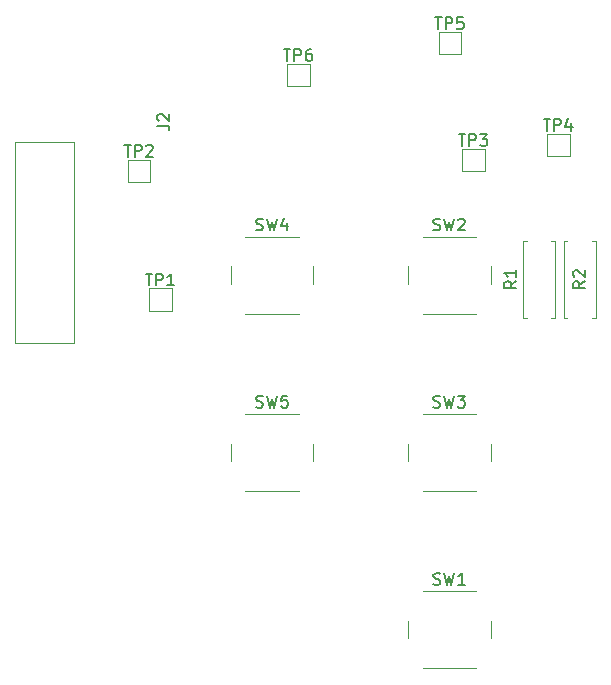
<source format=gbr>
%TF.GenerationSoftware,KiCad,Pcbnew,8.0.5*%
%TF.CreationDate,2024-11-14T11:30:09+01:00*%
%TF.ProjectId,LCD_PCB,4c43445f-5043-4422-9e6b-696361645f70,rev?*%
%TF.SameCoordinates,Original*%
%TF.FileFunction,Legend,Top*%
%TF.FilePolarity,Positive*%
%FSLAX46Y46*%
G04 Gerber Fmt 4.6, Leading zero omitted, Abs format (unit mm)*
G04 Created by KiCad (PCBNEW 8.0.5) date 2024-11-14 11:30:09*
%MOMM*%
%LPD*%
G01*
G04 APERTURE LIST*
%ADD10C,0.150000*%
%ADD11C,0.120000*%
%ADD12C,0.100000*%
G04 APERTURE END LIST*
D10*
X99238095Y-42706819D02*
X99809523Y-42706819D01*
X99523809Y-43706819D02*
X99523809Y-42706819D01*
X100142857Y-43706819D02*
X100142857Y-42706819D01*
X100142857Y-42706819D02*
X100523809Y-42706819D01*
X100523809Y-42706819D02*
X100619047Y-42754438D01*
X100619047Y-42754438D02*
X100666666Y-42802057D01*
X100666666Y-42802057D02*
X100714285Y-42897295D01*
X100714285Y-42897295D02*
X100714285Y-43040152D01*
X100714285Y-43040152D02*
X100666666Y-43135390D01*
X100666666Y-43135390D02*
X100619047Y-43183009D01*
X100619047Y-43183009D02*
X100523809Y-43230628D01*
X100523809Y-43230628D02*
X100142857Y-43230628D01*
X101095238Y-42802057D02*
X101142857Y-42754438D01*
X101142857Y-42754438D02*
X101238095Y-42706819D01*
X101238095Y-42706819D02*
X101476190Y-42706819D01*
X101476190Y-42706819D02*
X101571428Y-42754438D01*
X101571428Y-42754438D02*
X101619047Y-42802057D01*
X101619047Y-42802057D02*
X101666666Y-42897295D01*
X101666666Y-42897295D02*
X101666666Y-42992533D01*
X101666666Y-42992533D02*
X101619047Y-43135390D01*
X101619047Y-43135390D02*
X101047619Y-43706819D01*
X101047619Y-43706819D02*
X101666666Y-43706819D01*
X125416667Y-79907200D02*
X125559524Y-79954819D01*
X125559524Y-79954819D02*
X125797619Y-79954819D01*
X125797619Y-79954819D02*
X125892857Y-79907200D01*
X125892857Y-79907200D02*
X125940476Y-79859580D01*
X125940476Y-79859580D02*
X125988095Y-79764342D01*
X125988095Y-79764342D02*
X125988095Y-79669104D01*
X125988095Y-79669104D02*
X125940476Y-79573866D01*
X125940476Y-79573866D02*
X125892857Y-79526247D01*
X125892857Y-79526247D02*
X125797619Y-79478628D01*
X125797619Y-79478628D02*
X125607143Y-79431009D01*
X125607143Y-79431009D02*
X125511905Y-79383390D01*
X125511905Y-79383390D02*
X125464286Y-79335771D01*
X125464286Y-79335771D02*
X125416667Y-79240533D01*
X125416667Y-79240533D02*
X125416667Y-79145295D01*
X125416667Y-79145295D02*
X125464286Y-79050057D01*
X125464286Y-79050057D02*
X125511905Y-79002438D01*
X125511905Y-79002438D02*
X125607143Y-78954819D01*
X125607143Y-78954819D02*
X125845238Y-78954819D01*
X125845238Y-78954819D02*
X125988095Y-79002438D01*
X126321429Y-78954819D02*
X126559524Y-79954819D01*
X126559524Y-79954819D02*
X126750000Y-79240533D01*
X126750000Y-79240533D02*
X126940476Y-79954819D01*
X126940476Y-79954819D02*
X127178572Y-78954819D01*
X128083333Y-79954819D02*
X127511905Y-79954819D01*
X127797619Y-79954819D02*
X127797619Y-78954819D01*
X127797619Y-78954819D02*
X127702381Y-79097676D01*
X127702381Y-79097676D02*
X127607143Y-79192914D01*
X127607143Y-79192914D02*
X127511905Y-79240533D01*
X125416667Y-49907200D02*
X125559524Y-49954819D01*
X125559524Y-49954819D02*
X125797619Y-49954819D01*
X125797619Y-49954819D02*
X125892857Y-49907200D01*
X125892857Y-49907200D02*
X125940476Y-49859580D01*
X125940476Y-49859580D02*
X125988095Y-49764342D01*
X125988095Y-49764342D02*
X125988095Y-49669104D01*
X125988095Y-49669104D02*
X125940476Y-49573866D01*
X125940476Y-49573866D02*
X125892857Y-49526247D01*
X125892857Y-49526247D02*
X125797619Y-49478628D01*
X125797619Y-49478628D02*
X125607143Y-49431009D01*
X125607143Y-49431009D02*
X125511905Y-49383390D01*
X125511905Y-49383390D02*
X125464286Y-49335771D01*
X125464286Y-49335771D02*
X125416667Y-49240533D01*
X125416667Y-49240533D02*
X125416667Y-49145295D01*
X125416667Y-49145295D02*
X125464286Y-49050057D01*
X125464286Y-49050057D02*
X125511905Y-49002438D01*
X125511905Y-49002438D02*
X125607143Y-48954819D01*
X125607143Y-48954819D02*
X125845238Y-48954819D01*
X125845238Y-48954819D02*
X125988095Y-49002438D01*
X126321429Y-48954819D02*
X126559524Y-49954819D01*
X126559524Y-49954819D02*
X126750000Y-49240533D01*
X126750000Y-49240533D02*
X126940476Y-49954819D01*
X126940476Y-49954819D02*
X127178572Y-48954819D01*
X127511905Y-49050057D02*
X127559524Y-49002438D01*
X127559524Y-49002438D02*
X127654762Y-48954819D01*
X127654762Y-48954819D02*
X127892857Y-48954819D01*
X127892857Y-48954819D02*
X127988095Y-49002438D01*
X127988095Y-49002438D02*
X128035714Y-49050057D01*
X128035714Y-49050057D02*
X128083333Y-49145295D01*
X128083333Y-49145295D02*
X128083333Y-49240533D01*
X128083333Y-49240533D02*
X128035714Y-49383390D01*
X128035714Y-49383390D02*
X127464286Y-49954819D01*
X127464286Y-49954819D02*
X128083333Y-49954819D01*
X132424819Y-54256666D02*
X131948628Y-54589999D01*
X132424819Y-54828094D02*
X131424819Y-54828094D01*
X131424819Y-54828094D02*
X131424819Y-54447142D01*
X131424819Y-54447142D02*
X131472438Y-54351904D01*
X131472438Y-54351904D02*
X131520057Y-54304285D01*
X131520057Y-54304285D02*
X131615295Y-54256666D01*
X131615295Y-54256666D02*
X131758152Y-54256666D01*
X131758152Y-54256666D02*
X131853390Y-54304285D01*
X131853390Y-54304285D02*
X131901009Y-54351904D01*
X131901009Y-54351904D02*
X131948628Y-54447142D01*
X131948628Y-54447142D02*
X131948628Y-54828094D01*
X132424819Y-53304285D02*
X132424819Y-53875713D01*
X132424819Y-53589999D02*
X131424819Y-53589999D01*
X131424819Y-53589999D02*
X131567676Y-53685237D01*
X131567676Y-53685237D02*
X131662914Y-53780475D01*
X131662914Y-53780475D02*
X131710533Y-53875713D01*
X138254819Y-54266666D02*
X137778628Y-54599999D01*
X138254819Y-54838094D02*
X137254819Y-54838094D01*
X137254819Y-54838094D02*
X137254819Y-54457142D01*
X137254819Y-54457142D02*
X137302438Y-54361904D01*
X137302438Y-54361904D02*
X137350057Y-54314285D01*
X137350057Y-54314285D02*
X137445295Y-54266666D01*
X137445295Y-54266666D02*
X137588152Y-54266666D01*
X137588152Y-54266666D02*
X137683390Y-54314285D01*
X137683390Y-54314285D02*
X137731009Y-54361904D01*
X137731009Y-54361904D02*
X137778628Y-54457142D01*
X137778628Y-54457142D02*
X137778628Y-54838094D01*
X137350057Y-53885713D02*
X137302438Y-53838094D01*
X137302438Y-53838094D02*
X137254819Y-53742856D01*
X137254819Y-53742856D02*
X137254819Y-53504761D01*
X137254819Y-53504761D02*
X137302438Y-53409523D01*
X137302438Y-53409523D02*
X137350057Y-53361904D01*
X137350057Y-53361904D02*
X137445295Y-53314285D01*
X137445295Y-53314285D02*
X137540533Y-53314285D01*
X137540533Y-53314285D02*
X137683390Y-53361904D01*
X137683390Y-53361904D02*
X138254819Y-53933332D01*
X138254819Y-53933332D02*
X138254819Y-53314285D01*
X125416667Y-64907200D02*
X125559524Y-64954819D01*
X125559524Y-64954819D02*
X125797619Y-64954819D01*
X125797619Y-64954819D02*
X125892857Y-64907200D01*
X125892857Y-64907200D02*
X125940476Y-64859580D01*
X125940476Y-64859580D02*
X125988095Y-64764342D01*
X125988095Y-64764342D02*
X125988095Y-64669104D01*
X125988095Y-64669104D02*
X125940476Y-64573866D01*
X125940476Y-64573866D02*
X125892857Y-64526247D01*
X125892857Y-64526247D02*
X125797619Y-64478628D01*
X125797619Y-64478628D02*
X125607143Y-64431009D01*
X125607143Y-64431009D02*
X125511905Y-64383390D01*
X125511905Y-64383390D02*
X125464286Y-64335771D01*
X125464286Y-64335771D02*
X125416667Y-64240533D01*
X125416667Y-64240533D02*
X125416667Y-64145295D01*
X125416667Y-64145295D02*
X125464286Y-64050057D01*
X125464286Y-64050057D02*
X125511905Y-64002438D01*
X125511905Y-64002438D02*
X125607143Y-63954819D01*
X125607143Y-63954819D02*
X125845238Y-63954819D01*
X125845238Y-63954819D02*
X125988095Y-64002438D01*
X126321429Y-63954819D02*
X126559524Y-64954819D01*
X126559524Y-64954819D02*
X126750000Y-64240533D01*
X126750000Y-64240533D02*
X126940476Y-64954819D01*
X126940476Y-64954819D02*
X127178572Y-63954819D01*
X127464286Y-63954819D02*
X128083333Y-63954819D01*
X128083333Y-63954819D02*
X127750000Y-64335771D01*
X127750000Y-64335771D02*
X127892857Y-64335771D01*
X127892857Y-64335771D02*
X127988095Y-64383390D01*
X127988095Y-64383390D02*
X128035714Y-64431009D01*
X128035714Y-64431009D02*
X128083333Y-64526247D01*
X128083333Y-64526247D02*
X128083333Y-64764342D01*
X128083333Y-64764342D02*
X128035714Y-64859580D01*
X128035714Y-64859580D02*
X127988095Y-64907200D01*
X127988095Y-64907200D02*
X127892857Y-64954819D01*
X127892857Y-64954819D02*
X127607143Y-64954819D01*
X127607143Y-64954819D02*
X127511905Y-64907200D01*
X127511905Y-64907200D02*
X127464286Y-64859580D01*
X110416667Y-64907200D02*
X110559524Y-64954819D01*
X110559524Y-64954819D02*
X110797619Y-64954819D01*
X110797619Y-64954819D02*
X110892857Y-64907200D01*
X110892857Y-64907200D02*
X110940476Y-64859580D01*
X110940476Y-64859580D02*
X110988095Y-64764342D01*
X110988095Y-64764342D02*
X110988095Y-64669104D01*
X110988095Y-64669104D02*
X110940476Y-64573866D01*
X110940476Y-64573866D02*
X110892857Y-64526247D01*
X110892857Y-64526247D02*
X110797619Y-64478628D01*
X110797619Y-64478628D02*
X110607143Y-64431009D01*
X110607143Y-64431009D02*
X110511905Y-64383390D01*
X110511905Y-64383390D02*
X110464286Y-64335771D01*
X110464286Y-64335771D02*
X110416667Y-64240533D01*
X110416667Y-64240533D02*
X110416667Y-64145295D01*
X110416667Y-64145295D02*
X110464286Y-64050057D01*
X110464286Y-64050057D02*
X110511905Y-64002438D01*
X110511905Y-64002438D02*
X110607143Y-63954819D01*
X110607143Y-63954819D02*
X110845238Y-63954819D01*
X110845238Y-63954819D02*
X110988095Y-64002438D01*
X111321429Y-63954819D02*
X111559524Y-64954819D01*
X111559524Y-64954819D02*
X111750000Y-64240533D01*
X111750000Y-64240533D02*
X111940476Y-64954819D01*
X111940476Y-64954819D02*
X112178572Y-63954819D01*
X113035714Y-63954819D02*
X112559524Y-63954819D01*
X112559524Y-63954819D02*
X112511905Y-64431009D01*
X112511905Y-64431009D02*
X112559524Y-64383390D01*
X112559524Y-64383390D02*
X112654762Y-64335771D01*
X112654762Y-64335771D02*
X112892857Y-64335771D01*
X112892857Y-64335771D02*
X112988095Y-64383390D01*
X112988095Y-64383390D02*
X113035714Y-64431009D01*
X113035714Y-64431009D02*
X113083333Y-64526247D01*
X113083333Y-64526247D02*
X113083333Y-64764342D01*
X113083333Y-64764342D02*
X113035714Y-64859580D01*
X113035714Y-64859580D02*
X112988095Y-64907200D01*
X112988095Y-64907200D02*
X112892857Y-64954819D01*
X112892857Y-64954819D02*
X112654762Y-64954819D01*
X112654762Y-64954819D02*
X112559524Y-64907200D01*
X112559524Y-64907200D02*
X112511905Y-64859580D01*
X112738095Y-34606819D02*
X113309523Y-34606819D01*
X113023809Y-35606819D02*
X113023809Y-34606819D01*
X113642857Y-35606819D02*
X113642857Y-34606819D01*
X113642857Y-34606819D02*
X114023809Y-34606819D01*
X114023809Y-34606819D02*
X114119047Y-34654438D01*
X114119047Y-34654438D02*
X114166666Y-34702057D01*
X114166666Y-34702057D02*
X114214285Y-34797295D01*
X114214285Y-34797295D02*
X114214285Y-34940152D01*
X114214285Y-34940152D02*
X114166666Y-35035390D01*
X114166666Y-35035390D02*
X114119047Y-35083009D01*
X114119047Y-35083009D02*
X114023809Y-35130628D01*
X114023809Y-35130628D02*
X113642857Y-35130628D01*
X115071428Y-34606819D02*
X114880952Y-34606819D01*
X114880952Y-34606819D02*
X114785714Y-34654438D01*
X114785714Y-34654438D02*
X114738095Y-34702057D01*
X114738095Y-34702057D02*
X114642857Y-34844914D01*
X114642857Y-34844914D02*
X114595238Y-35035390D01*
X114595238Y-35035390D02*
X114595238Y-35416342D01*
X114595238Y-35416342D02*
X114642857Y-35511580D01*
X114642857Y-35511580D02*
X114690476Y-35559200D01*
X114690476Y-35559200D02*
X114785714Y-35606819D01*
X114785714Y-35606819D02*
X114976190Y-35606819D01*
X114976190Y-35606819D02*
X115071428Y-35559200D01*
X115071428Y-35559200D02*
X115119047Y-35511580D01*
X115119047Y-35511580D02*
X115166666Y-35416342D01*
X115166666Y-35416342D02*
X115166666Y-35178247D01*
X115166666Y-35178247D02*
X115119047Y-35083009D01*
X115119047Y-35083009D02*
X115071428Y-35035390D01*
X115071428Y-35035390D02*
X114976190Y-34987771D01*
X114976190Y-34987771D02*
X114785714Y-34987771D01*
X114785714Y-34987771D02*
X114690476Y-35035390D01*
X114690476Y-35035390D02*
X114642857Y-35083009D01*
X114642857Y-35083009D02*
X114595238Y-35178247D01*
X134738095Y-40506819D02*
X135309523Y-40506819D01*
X135023809Y-41506819D02*
X135023809Y-40506819D01*
X135642857Y-41506819D02*
X135642857Y-40506819D01*
X135642857Y-40506819D02*
X136023809Y-40506819D01*
X136023809Y-40506819D02*
X136119047Y-40554438D01*
X136119047Y-40554438D02*
X136166666Y-40602057D01*
X136166666Y-40602057D02*
X136214285Y-40697295D01*
X136214285Y-40697295D02*
X136214285Y-40840152D01*
X136214285Y-40840152D02*
X136166666Y-40935390D01*
X136166666Y-40935390D02*
X136119047Y-40983009D01*
X136119047Y-40983009D02*
X136023809Y-41030628D01*
X136023809Y-41030628D02*
X135642857Y-41030628D01*
X137071428Y-40840152D02*
X137071428Y-41506819D01*
X136833333Y-40459200D02*
X136595238Y-41173485D01*
X136595238Y-41173485D02*
X137214285Y-41173485D01*
X110416667Y-49907200D02*
X110559524Y-49954819D01*
X110559524Y-49954819D02*
X110797619Y-49954819D01*
X110797619Y-49954819D02*
X110892857Y-49907200D01*
X110892857Y-49907200D02*
X110940476Y-49859580D01*
X110940476Y-49859580D02*
X110988095Y-49764342D01*
X110988095Y-49764342D02*
X110988095Y-49669104D01*
X110988095Y-49669104D02*
X110940476Y-49573866D01*
X110940476Y-49573866D02*
X110892857Y-49526247D01*
X110892857Y-49526247D02*
X110797619Y-49478628D01*
X110797619Y-49478628D02*
X110607143Y-49431009D01*
X110607143Y-49431009D02*
X110511905Y-49383390D01*
X110511905Y-49383390D02*
X110464286Y-49335771D01*
X110464286Y-49335771D02*
X110416667Y-49240533D01*
X110416667Y-49240533D02*
X110416667Y-49145295D01*
X110416667Y-49145295D02*
X110464286Y-49050057D01*
X110464286Y-49050057D02*
X110511905Y-49002438D01*
X110511905Y-49002438D02*
X110607143Y-48954819D01*
X110607143Y-48954819D02*
X110845238Y-48954819D01*
X110845238Y-48954819D02*
X110988095Y-49002438D01*
X111321429Y-48954819D02*
X111559524Y-49954819D01*
X111559524Y-49954819D02*
X111750000Y-49240533D01*
X111750000Y-49240533D02*
X111940476Y-49954819D01*
X111940476Y-49954819D02*
X112178572Y-48954819D01*
X112988095Y-49288152D02*
X112988095Y-49954819D01*
X112750000Y-48907200D02*
X112511905Y-49621485D01*
X112511905Y-49621485D02*
X113130952Y-49621485D01*
X127538095Y-41806819D02*
X128109523Y-41806819D01*
X127823809Y-42806819D02*
X127823809Y-41806819D01*
X128442857Y-42806819D02*
X128442857Y-41806819D01*
X128442857Y-41806819D02*
X128823809Y-41806819D01*
X128823809Y-41806819D02*
X128919047Y-41854438D01*
X128919047Y-41854438D02*
X128966666Y-41902057D01*
X128966666Y-41902057D02*
X129014285Y-41997295D01*
X129014285Y-41997295D02*
X129014285Y-42140152D01*
X129014285Y-42140152D02*
X128966666Y-42235390D01*
X128966666Y-42235390D02*
X128919047Y-42283009D01*
X128919047Y-42283009D02*
X128823809Y-42330628D01*
X128823809Y-42330628D02*
X128442857Y-42330628D01*
X129347619Y-41806819D02*
X129966666Y-41806819D01*
X129966666Y-41806819D02*
X129633333Y-42187771D01*
X129633333Y-42187771D02*
X129776190Y-42187771D01*
X129776190Y-42187771D02*
X129871428Y-42235390D01*
X129871428Y-42235390D02*
X129919047Y-42283009D01*
X129919047Y-42283009D02*
X129966666Y-42378247D01*
X129966666Y-42378247D02*
X129966666Y-42616342D01*
X129966666Y-42616342D02*
X129919047Y-42711580D01*
X129919047Y-42711580D02*
X129871428Y-42759200D01*
X129871428Y-42759200D02*
X129776190Y-42806819D01*
X129776190Y-42806819D02*
X129490476Y-42806819D01*
X129490476Y-42806819D02*
X129395238Y-42759200D01*
X129395238Y-42759200D02*
X129347619Y-42711580D01*
X125538095Y-31906819D02*
X126109523Y-31906819D01*
X125823809Y-32906819D02*
X125823809Y-31906819D01*
X126442857Y-32906819D02*
X126442857Y-31906819D01*
X126442857Y-31906819D02*
X126823809Y-31906819D01*
X126823809Y-31906819D02*
X126919047Y-31954438D01*
X126919047Y-31954438D02*
X126966666Y-32002057D01*
X126966666Y-32002057D02*
X127014285Y-32097295D01*
X127014285Y-32097295D02*
X127014285Y-32240152D01*
X127014285Y-32240152D02*
X126966666Y-32335390D01*
X126966666Y-32335390D02*
X126919047Y-32383009D01*
X126919047Y-32383009D02*
X126823809Y-32430628D01*
X126823809Y-32430628D02*
X126442857Y-32430628D01*
X127919047Y-31906819D02*
X127442857Y-31906819D01*
X127442857Y-31906819D02*
X127395238Y-32383009D01*
X127395238Y-32383009D02*
X127442857Y-32335390D01*
X127442857Y-32335390D02*
X127538095Y-32287771D01*
X127538095Y-32287771D02*
X127776190Y-32287771D01*
X127776190Y-32287771D02*
X127871428Y-32335390D01*
X127871428Y-32335390D02*
X127919047Y-32383009D01*
X127919047Y-32383009D02*
X127966666Y-32478247D01*
X127966666Y-32478247D02*
X127966666Y-32716342D01*
X127966666Y-32716342D02*
X127919047Y-32811580D01*
X127919047Y-32811580D02*
X127871428Y-32859200D01*
X127871428Y-32859200D02*
X127776190Y-32906819D01*
X127776190Y-32906819D02*
X127538095Y-32906819D01*
X127538095Y-32906819D02*
X127442857Y-32859200D01*
X127442857Y-32859200D02*
X127395238Y-32811580D01*
X101038095Y-53606819D02*
X101609523Y-53606819D01*
X101323809Y-54606819D02*
X101323809Y-53606819D01*
X101942857Y-54606819D02*
X101942857Y-53606819D01*
X101942857Y-53606819D02*
X102323809Y-53606819D01*
X102323809Y-53606819D02*
X102419047Y-53654438D01*
X102419047Y-53654438D02*
X102466666Y-53702057D01*
X102466666Y-53702057D02*
X102514285Y-53797295D01*
X102514285Y-53797295D02*
X102514285Y-53940152D01*
X102514285Y-53940152D02*
X102466666Y-54035390D01*
X102466666Y-54035390D02*
X102419047Y-54083009D01*
X102419047Y-54083009D02*
X102323809Y-54130628D01*
X102323809Y-54130628D02*
X101942857Y-54130628D01*
X103466666Y-54606819D02*
X102895238Y-54606819D01*
X103180952Y-54606819D02*
X103180952Y-53606819D01*
X103180952Y-53606819D02*
X103085714Y-53749676D01*
X103085714Y-53749676D02*
X102990476Y-53844914D01*
X102990476Y-53844914D02*
X102895238Y-53892533D01*
X102044819Y-41083333D02*
X102759104Y-41083333D01*
X102759104Y-41083333D02*
X102901961Y-41130952D01*
X102901961Y-41130952D02*
X102997200Y-41226190D01*
X102997200Y-41226190D02*
X103044819Y-41369047D01*
X103044819Y-41369047D02*
X103044819Y-41464285D01*
X102140057Y-40654761D02*
X102092438Y-40607142D01*
X102092438Y-40607142D02*
X102044819Y-40511904D01*
X102044819Y-40511904D02*
X102044819Y-40273809D01*
X102044819Y-40273809D02*
X102092438Y-40178571D01*
X102092438Y-40178571D02*
X102140057Y-40130952D01*
X102140057Y-40130952D02*
X102235295Y-40083333D01*
X102235295Y-40083333D02*
X102330533Y-40083333D01*
X102330533Y-40083333D02*
X102473390Y-40130952D01*
X102473390Y-40130952D02*
X103044819Y-40702380D01*
X103044819Y-40702380D02*
X103044819Y-40083333D01*
D11*
%TO.C,TP2*%
X99550000Y-43950000D02*
X101450000Y-43950000D01*
X99550000Y-45850000D02*
X99550000Y-43950000D01*
X101450000Y-43950000D02*
X101450000Y-45850000D01*
X101450000Y-45850000D02*
X99550000Y-45850000D01*
%TO.C,SW1*%
X123250000Y-83000000D02*
X123250000Y-84500000D01*
X124500000Y-87000000D02*
X129000000Y-87000000D01*
X129000000Y-80500000D02*
X124500000Y-80500000D01*
X130250000Y-84500000D02*
X130250000Y-83000000D01*
%TO.C,SW2*%
X123250000Y-53000000D02*
X123250000Y-54500000D01*
X124500000Y-57000000D02*
X129000000Y-57000000D01*
X129000000Y-50500000D02*
X124500000Y-50500000D01*
X130250000Y-54500000D02*
X130250000Y-53000000D01*
%TO.C,R1*%
X132970000Y-50820000D02*
X133300000Y-50820000D01*
X132970000Y-57360000D02*
X132970000Y-50820000D01*
X133300000Y-57360000D02*
X132970000Y-57360000D01*
X135380000Y-57360000D02*
X135710000Y-57360000D01*
X135710000Y-50820000D02*
X135380000Y-50820000D01*
X135710000Y-57360000D02*
X135710000Y-50820000D01*
%TO.C,R2*%
X136430000Y-50830000D02*
X136760000Y-50830000D01*
X136430000Y-57370000D02*
X136430000Y-50830000D01*
X136760000Y-57370000D02*
X136430000Y-57370000D01*
X138840000Y-57370000D02*
X139170000Y-57370000D01*
X139170000Y-50830000D02*
X138840000Y-50830000D01*
X139170000Y-57370000D02*
X139170000Y-50830000D01*
D12*
%TO.C,RV1*%
X90000000Y-42500000D02*
X95000000Y-42500000D01*
X90000000Y-59500000D02*
X90000000Y-42500000D01*
X95000000Y-42500000D02*
X95000000Y-59500000D01*
X95000000Y-59500000D02*
X90000000Y-59500000D01*
D11*
%TO.C,SW3*%
X123250000Y-68000000D02*
X123250000Y-69500000D01*
X124500000Y-72000000D02*
X129000000Y-72000000D01*
X129000000Y-65500000D02*
X124500000Y-65500000D01*
X130250000Y-69500000D02*
X130250000Y-68000000D01*
%TO.C,SW5*%
X108250000Y-68000000D02*
X108250000Y-69500000D01*
X109500000Y-72000000D02*
X114000000Y-72000000D01*
X114000000Y-65500000D02*
X109500000Y-65500000D01*
X115250000Y-69500000D02*
X115250000Y-68000000D01*
%TO.C,TP6*%
X113050000Y-35850000D02*
X114950000Y-35850000D01*
X113050000Y-37750000D02*
X113050000Y-35850000D01*
X114950000Y-35850000D02*
X114950000Y-37750000D01*
X114950000Y-37750000D02*
X113050000Y-37750000D01*
%TO.C,TP4*%
X135050000Y-41750000D02*
X136950000Y-41750000D01*
X135050000Y-43650000D02*
X135050000Y-41750000D01*
X136950000Y-41750000D02*
X136950000Y-43650000D01*
X136950000Y-43650000D02*
X135050000Y-43650000D01*
%TO.C,SW4*%
X108250000Y-53000000D02*
X108250000Y-54500000D01*
X109500000Y-57000000D02*
X114000000Y-57000000D01*
X114000000Y-50500000D02*
X109500000Y-50500000D01*
X115250000Y-54500000D02*
X115250000Y-53000000D01*
%TO.C,TP3*%
X127850000Y-43050000D02*
X129750000Y-43050000D01*
X127850000Y-44950000D02*
X127850000Y-43050000D01*
X129750000Y-43050000D02*
X129750000Y-44950000D01*
X129750000Y-44950000D02*
X127850000Y-44950000D01*
%TO.C,TP5*%
X125850000Y-33150000D02*
X127750000Y-33150000D01*
X125850000Y-35050000D02*
X125850000Y-33150000D01*
X127750000Y-33150000D02*
X127750000Y-35050000D01*
X127750000Y-35050000D02*
X125850000Y-35050000D01*
%TO.C,TP1*%
X101350000Y-54850000D02*
X103250000Y-54850000D01*
X101350000Y-56750000D02*
X101350000Y-54850000D01*
X103250000Y-54850000D02*
X103250000Y-56750000D01*
X103250000Y-56750000D02*
X101350000Y-56750000D01*
%TD*%
M02*

</source>
